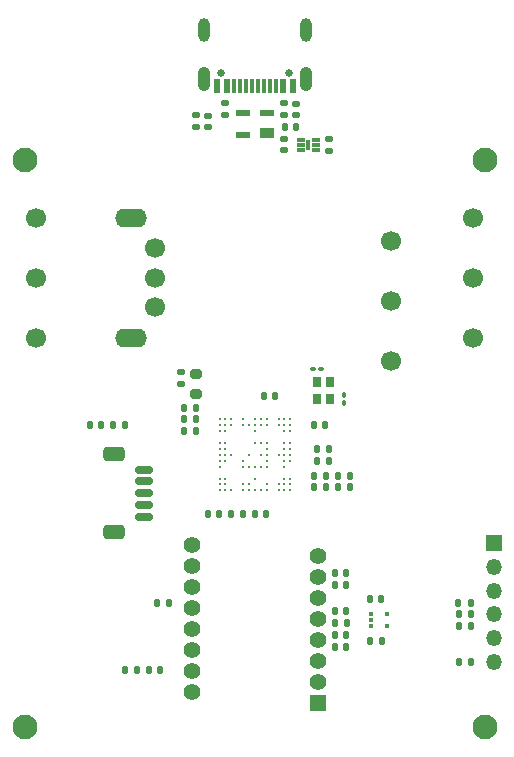
<source format=gbr>
%TF.GenerationSoftware,KiCad,Pcbnew,6.0.0*%
%TF.CreationDate,2022-01-13T14:08:01-08:00*%
%TF.ProjectId,redshift,72656473-6869-4667-942e-6b696361645f,0.1*%
%TF.SameCoordinates,Original*%
%TF.FileFunction,Soldermask,Top*%
%TF.FilePolarity,Negative*%
%FSLAX46Y46*%
G04 Gerber Fmt 4.6, Leading zero omitted, Abs format (unit mm)*
G04 Created by KiCad (PCBNEW 6.0.0) date 2022-01-13 14:08:01*
%MOMM*%
%LPD*%
G01*
G04 APERTURE LIST*
G04 Aperture macros list*
%AMRoundRect*
0 Rectangle with rounded corners*
0 $1 Rounding radius*
0 $2 $3 $4 $5 $6 $7 $8 $9 X,Y pos of 4 corners*
0 Add a 4 corners polygon primitive as box body*
4,1,4,$2,$3,$4,$5,$6,$7,$8,$9,$2,$3,0*
0 Add four circle primitives for the rounded corners*
1,1,$1+$1,$2,$3*
1,1,$1+$1,$4,$5*
1,1,$1+$1,$6,$7*
1,1,$1+$1,$8,$9*
0 Add four rect primitives between the rounded corners*
20,1,$1+$1,$2,$3,$4,$5,0*
20,1,$1+$1,$4,$5,$6,$7,0*
20,1,$1+$1,$6,$7,$8,$9,0*
20,1,$1+$1,$8,$9,$2,$3,0*%
G04 Aperture macros list end*
%ADD10RoundRect,0.135000X0.135000X0.185000X-0.135000X0.185000X-0.135000X-0.185000X0.135000X-0.185000X0*%
%ADD11RoundRect,0.147500X0.147500X0.172500X-0.147500X0.172500X-0.147500X-0.172500X0.147500X-0.172500X0*%
%ADD12RoundRect,0.140000X-0.140000X-0.170000X0.140000X-0.170000X0.140000X0.170000X-0.140000X0.170000X0*%
%ADD13RoundRect,0.140000X0.140000X0.170000X-0.140000X0.170000X-0.140000X-0.170000X0.140000X-0.170000X0*%
%ADD14C,2.100000*%
%ADD15RoundRect,0.140000X-0.170000X0.140000X-0.170000X-0.140000X0.170000X-0.140000X0.170000X0.140000X0*%
%ADD16C,1.700000*%
%ADD17O,2.700000X1.600000*%
%ADD18RoundRect,0.147500X-0.147500X-0.172500X0.147500X-0.172500X0.147500X0.172500X-0.147500X0.172500X0*%
%ADD19C,0.650000*%
%ADD20R,0.600000X1.150000*%
%ADD21R,0.300000X1.150000*%
%ADD22O,1.050000X2.100000*%
%ADD23O,1.000000X2.000000*%
%ADD24RoundRect,0.200000X0.275000X-0.200000X0.275000X0.200000X-0.275000X0.200000X-0.275000X-0.200000X0*%
%ADD25R,0.450000X0.300000*%
%ADD26RoundRect,0.100000X0.100000X-0.130000X0.100000X0.130000X-0.100000X0.130000X-0.100000X-0.130000X0*%
%ADD27R,0.800000X0.900000*%
%ADD28RoundRect,0.100000X-0.130000X-0.100000X0.130000X-0.100000X0.130000X0.100000X-0.130000X0.100000X0*%
%ADD29RoundRect,0.006000X0.319000X0.094000X-0.319000X0.094000X-0.319000X-0.094000X0.319000X-0.094000X0*%
%ADD30R,0.300000X0.940000*%
%ADD31RoundRect,0.135000X-0.185000X0.135000X-0.185000X-0.135000X0.185000X-0.135000X0.185000X0.135000X0*%
%ADD32RoundRect,0.135000X-0.135000X-0.185000X0.135000X-0.185000X0.135000X0.185000X-0.135000X0.185000X0*%
%ADD33RoundRect,0.135000X0.185000X-0.135000X0.185000X0.135000X-0.185000X0.135000X-0.185000X-0.135000X0*%
%ADD34RoundRect,0.150000X0.625000X-0.150000X0.625000X0.150000X-0.625000X0.150000X-0.625000X-0.150000X0*%
%ADD35RoundRect,0.250000X0.650000X-0.350000X0.650000X0.350000X-0.650000X0.350000X-0.650000X-0.350000X0*%
%ADD36R,1.350000X1.350000*%
%ADD37O,1.350000X1.350000*%
%ADD38R,1.168400X0.889000*%
%ADD39R,1.168400X0.482600*%
%ADD40R,1.400000X1.400000*%
%ADD41C,1.400000*%
%ADD42C,0.290000*%
%ADD43RoundRect,0.147500X0.172500X-0.147500X0.172500X0.147500X-0.172500X0.147500X-0.172500X-0.147500X0*%
%ADD44RoundRect,0.140000X0.170000X-0.140000X0.170000X0.140000X-0.170000X0.140000X-0.170000X-0.140000X0*%
G04 APERTURE END LIST*
D10*
%TO.C,R6*%
X145510000Y-95750000D03*
X144490000Y-95750000D03*
%TD*%
D11*
%TO.C,FB1*%
X140985000Y-65250000D03*
X140015000Y-65250000D03*
%TD*%
D10*
%TO.C,R12*%
X155760000Y-110500000D03*
X154740000Y-110500000D03*
%TD*%
D12*
%TO.C,C24*%
X142790000Y-93500000D03*
X143750000Y-93500000D03*
%TD*%
D13*
%TO.C,C11*%
X132480000Y-91000000D03*
X131520000Y-91000000D03*
%TD*%
D14*
%TO.C,REF\u002A\u002A*%
X157000000Y-68000000D03*
%TD*%
D13*
%TO.C,C13*%
X132480000Y-89000000D03*
X131520000Y-89000000D03*
%TD*%
D15*
%TO.C,C8*%
X140000000Y-66250000D03*
X140000000Y-67210000D03*
%TD*%
D16*
%TO.C,ENC1*%
X129000000Y-80500000D03*
X129000000Y-78000000D03*
X129000000Y-75500000D03*
D17*
X127000000Y-83100000D03*
X127000000Y-72900000D03*
%TD*%
D15*
%TO.C,C14*%
X131250000Y-86020000D03*
X131250000Y-86980000D03*
%TD*%
D12*
%TO.C,C20*%
X144270000Y-109250000D03*
X145230000Y-109250000D03*
%TD*%
D18*
%TO.C,D3*%
X142520000Y-94750000D03*
X143490000Y-94750000D03*
%TD*%
D14*
%TO.C,REF\u002A\u002A*%
X157000000Y-116000000D03*
%TD*%
D19*
%TO.C,J1*%
X134610000Y-60680000D03*
X140390000Y-60680000D03*
D20*
X140700000Y-61755000D03*
X139900000Y-61755000D03*
D21*
X138750000Y-61755000D03*
X137750000Y-61755000D03*
X137250000Y-61755000D03*
X136250000Y-61755000D03*
D20*
X134300000Y-61755000D03*
X135100000Y-61755000D03*
D21*
X135750000Y-61755000D03*
X136750000Y-61755000D03*
X138250000Y-61755000D03*
X139250000Y-61755000D03*
D22*
X141820000Y-61180000D03*
D23*
X141820000Y-57000000D03*
X133180000Y-57000000D03*
D22*
X133180000Y-61180000D03*
%TD*%
D24*
%TO.C,L1*%
X132500000Y-87825000D03*
X132500000Y-86175000D03*
%TD*%
D10*
%TO.C,R11*%
X155760000Y-107500000D03*
X154740000Y-107500000D03*
%TD*%
D18*
%TO.C,D4*%
X142515000Y-95750000D03*
X143485000Y-95750000D03*
%TD*%
D12*
%TO.C,C2*%
X147250000Y-105230000D03*
X148210000Y-105230000D03*
%TD*%
D14*
%TO.C,REF\u002A\u002A*%
X118000000Y-116000000D03*
%TD*%
D25*
%TO.C,U3*%
X147300000Y-106500000D03*
X147300000Y-107000000D03*
X147300000Y-107500000D03*
X148700000Y-107500000D03*
X148700000Y-106500000D03*
%TD*%
D14*
%TO.C,REF\u002A\u002A*%
X118000000Y-68000000D03*
%TD*%
D13*
%TO.C,C4*%
X136460000Y-98000000D03*
X135500000Y-98000000D03*
%TD*%
D26*
%TO.C,C15*%
X145000000Y-88570000D03*
X145000000Y-87930000D03*
%TD*%
D10*
%TO.C,R4*%
X126510000Y-90500000D03*
X125490000Y-90500000D03*
%TD*%
D27*
%TO.C,Y1*%
X143850000Y-88250000D03*
X143850000Y-86850000D03*
X142750000Y-86850000D03*
X142750000Y-88250000D03*
%TD*%
D15*
%TO.C,C1*%
X133500000Y-64270000D03*
X133500000Y-65230000D03*
%TD*%
D28*
%TO.C,C23*%
X142430000Y-85750000D03*
X143070000Y-85750000D03*
%TD*%
D12*
%TO.C,C6*%
X142500000Y-90500000D03*
X143460000Y-90500000D03*
%TD*%
D11*
%TO.C,D5*%
X129485000Y-111250000D03*
X128515000Y-111250000D03*
%TD*%
D13*
%TO.C,C12*%
X132480000Y-90000000D03*
X131520000Y-90000000D03*
%TD*%
D29*
%TO.C,U4*%
X142625000Y-67150000D03*
X142625000Y-66750000D03*
X142625000Y-66350000D03*
X141375000Y-66350000D03*
X141375000Y-66750000D03*
X141375000Y-67150000D03*
D30*
X142000000Y-66750000D03*
%TD*%
D12*
%TO.C,C22*%
X144270000Y-106250000D03*
X145230000Y-106250000D03*
%TD*%
D18*
%TO.C,D2*%
X123515000Y-90500000D03*
X124485000Y-90500000D03*
%TD*%
D16*
%TO.C,SW3*%
X149000000Y-74920000D03*
X149000000Y-80000000D03*
X149000000Y-85080000D03*
%TD*%
D12*
%TO.C,C9*%
X138270000Y-88000000D03*
X139230000Y-88000000D03*
%TD*%
D10*
%TO.C,R10*%
X155760000Y-106500000D03*
X154740000Y-106500000D03*
%TD*%
D31*
%TO.C,R1*%
X132500000Y-64240000D03*
X132500000Y-65260000D03*
%TD*%
D13*
%TO.C,C3*%
X134480000Y-98000000D03*
X133520000Y-98000000D03*
%TD*%
D32*
%TO.C,R7*%
X126480000Y-111250000D03*
X127500000Y-111250000D03*
%TD*%
D33*
%TO.C,R2*%
X140000000Y-64260000D03*
X140000000Y-63240000D03*
%TD*%
D13*
%TO.C,C17*%
X145230000Y-103000000D03*
X144270000Y-103000000D03*
%TD*%
D12*
%TO.C,C7*%
X147270000Y-108750000D03*
X148230000Y-108750000D03*
%TD*%
D13*
%TO.C,C5*%
X138460000Y-98000000D03*
X137500000Y-98000000D03*
%TD*%
D12*
%TO.C,C16*%
X142770000Y-92500000D03*
X143730000Y-92500000D03*
%TD*%
D32*
%TO.C,R8*%
X129240000Y-105500000D03*
X130260000Y-105500000D03*
%TD*%
D34*
%TO.C,J2*%
X128075000Y-98250000D03*
X128075000Y-97250000D03*
X128075000Y-96250000D03*
X128075000Y-95250000D03*
X128075000Y-94250000D03*
D35*
X125550000Y-99550000D03*
X125550000Y-92950000D03*
%TD*%
D36*
%TO.C,J3*%
X157750000Y-100500000D03*
D37*
X157750000Y-102500000D03*
X157750000Y-104500000D03*
X157750000Y-106500000D03*
X157750000Y-108500000D03*
X157750000Y-110500000D03*
%TD*%
D10*
%TO.C,R9*%
X155750000Y-105500000D03*
X154730000Y-105500000D03*
%TD*%
D13*
%TO.C,C18*%
X145230000Y-104000000D03*
X144270000Y-104000000D03*
%TD*%
D10*
%TO.C,R5*%
X145520000Y-94750000D03*
X144500000Y-94750000D03*
%TD*%
D38*
%TO.C,D1*%
X138516343Y-65746800D03*
D39*
X138516343Y-64050000D03*
X136484343Y-64049999D03*
X136484343Y-65950001D03*
%TD*%
D40*
%TO.C,U1*%
X142850000Y-113985000D03*
D41*
X142850000Y-112205000D03*
X142850000Y-110425000D03*
X142850000Y-108645000D03*
X142850000Y-106865000D03*
X142850000Y-105085000D03*
X142850000Y-103305000D03*
X142850000Y-101525000D03*
X132150000Y-100635000D03*
X132150000Y-102415000D03*
X132150000Y-104195000D03*
X132150000Y-105975000D03*
X132150000Y-107755000D03*
X132150000Y-109535000D03*
X132150000Y-111315000D03*
X132150000Y-113095000D03*
%TD*%
D42*
%TO.C,IC1*%
X140500000Y-96000000D03*
X140000000Y-96000000D03*
X139500000Y-96000000D03*
X138500000Y-96000000D03*
X138000000Y-96000000D03*
X137500000Y-96000000D03*
X137000000Y-96000000D03*
X136500000Y-96000000D03*
X135500000Y-96000000D03*
X135000000Y-96000000D03*
X134500000Y-96000000D03*
X140500000Y-95500000D03*
X140000000Y-95500000D03*
X139500000Y-95500000D03*
X138500000Y-95500000D03*
X137000000Y-95500000D03*
X136500000Y-95500000D03*
X135000000Y-95500000D03*
X134500000Y-95500000D03*
X140500000Y-95000000D03*
X140000000Y-95000000D03*
X137500000Y-95000000D03*
X135000000Y-95000000D03*
X134500000Y-95000000D03*
X140000000Y-94000000D03*
X138500000Y-94000000D03*
X138000000Y-94000000D03*
X137500000Y-94000000D03*
X137000000Y-94000000D03*
X136500000Y-94000000D03*
X134500000Y-94000000D03*
X140500000Y-93500000D03*
X140000000Y-93500000D03*
X138500000Y-93500000D03*
X136500000Y-93500000D03*
X135000000Y-93500000D03*
X134500000Y-93500000D03*
X140500000Y-93000000D03*
X140000000Y-93000000D03*
X139500000Y-93000000D03*
X138500000Y-93000000D03*
X138000000Y-93000000D03*
X137000000Y-93000000D03*
X135500000Y-93000000D03*
X135000000Y-93000000D03*
X134500000Y-93000000D03*
X140500000Y-92500000D03*
X140000000Y-92500000D03*
X138500000Y-92500000D03*
X135000000Y-92500000D03*
X134500000Y-92500000D03*
X140500000Y-92000000D03*
X140000000Y-92000000D03*
X138500000Y-92000000D03*
X138000000Y-92000000D03*
X137500000Y-92000000D03*
X135000000Y-92000000D03*
X134500000Y-92000000D03*
X140500000Y-91000000D03*
X140000000Y-91000000D03*
X137500000Y-91000000D03*
X135000000Y-91000000D03*
X134500000Y-91000000D03*
X140500000Y-90500000D03*
X140000000Y-90500000D03*
X139500000Y-90500000D03*
X138500000Y-90500000D03*
X138000000Y-90500000D03*
X137500000Y-90500000D03*
X137000000Y-90500000D03*
X136500000Y-90500000D03*
X135500000Y-90500000D03*
X135000000Y-90500000D03*
X134500000Y-90500000D03*
X140500000Y-90000000D03*
X140000000Y-90000000D03*
X139500000Y-90000000D03*
X138500000Y-90000000D03*
X138000000Y-90000000D03*
X137500000Y-90000000D03*
X136500000Y-90000000D03*
X135500000Y-90000000D03*
X135000000Y-90000000D03*
X134500000Y-90000000D03*
%TD*%
D12*
%TO.C,C19*%
X144270000Y-108250000D03*
X145230000Y-108250000D03*
%TD*%
D16*
%TO.C,SW2*%
X156000000Y-72920000D03*
X156000000Y-78000000D03*
X156000000Y-83080000D03*
%TD*%
D43*
%TO.C,F1*%
X141000000Y-64235000D03*
X141000000Y-63265000D03*
%TD*%
D12*
%TO.C,C21*%
X144290000Y-107250000D03*
X145250000Y-107250000D03*
%TD*%
D44*
%TO.C,C10*%
X143750000Y-67250000D03*
X143750000Y-66290000D03*
%TD*%
D16*
%TO.C,SW1*%
X119000000Y-72920000D03*
X119000000Y-78000000D03*
X119000000Y-83080000D03*
%TD*%
D33*
%TO.C,R3*%
X135000000Y-64260000D03*
X135000000Y-63240000D03*
%TD*%
M02*

</source>
